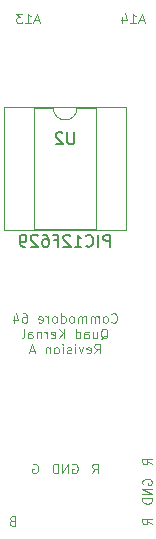
<source format=gbo>
G04 #@! TF.FileFunction,Legend,Bot*
%FSLAX46Y46*%
G04 Gerber Fmt 4.6, Leading zero omitted, Abs format (unit mm)*
G04 Created by KiCad (PCBNEW 4.0.7) date 06/17/19 21:45:38*
%MOMM*%
%LPD*%
G01*
G04 APERTURE LIST*
%ADD10C,0.100000*%
%ADD11C,0.120000*%
%ADD12C,0.150000*%
G04 APERTURE END LIST*
D10*
X85325000Y-106705477D02*
X85286905Y-106629286D01*
X85286905Y-106515001D01*
X85325000Y-106400715D01*
X85401190Y-106324524D01*
X85477381Y-106286429D01*
X85629762Y-106248334D01*
X85744048Y-106248334D01*
X85896429Y-106286429D01*
X85972619Y-106324524D01*
X86048810Y-106400715D01*
X86086905Y-106515001D01*
X86086905Y-106591191D01*
X86048810Y-106705477D01*
X86010714Y-106743572D01*
X85744048Y-106743572D01*
X85744048Y-106591191D01*
X86086905Y-107086429D02*
X85286905Y-107086429D01*
X86086905Y-107543572D01*
X85286905Y-107543572D01*
X86086905Y-107924524D02*
X85286905Y-107924524D01*
X85286905Y-108115000D01*
X85325000Y-108229286D01*
X85401190Y-108305477D01*
X85477381Y-108343572D01*
X85629762Y-108381667D01*
X85744048Y-108381667D01*
X85896429Y-108343572D01*
X85972619Y-108305477D01*
X86048810Y-108229286D01*
X86086905Y-108115000D01*
X86086905Y-107924524D01*
X79349523Y-105010000D02*
X79425714Y-104971905D01*
X79539999Y-104971905D01*
X79654285Y-105010000D01*
X79730476Y-105086190D01*
X79768571Y-105162381D01*
X79806666Y-105314762D01*
X79806666Y-105429048D01*
X79768571Y-105581429D01*
X79730476Y-105657619D01*
X79654285Y-105733810D01*
X79539999Y-105771905D01*
X79463809Y-105771905D01*
X79349523Y-105733810D01*
X79311428Y-105695714D01*
X79311428Y-105429048D01*
X79463809Y-105429048D01*
X78968571Y-105771905D02*
X78968571Y-104971905D01*
X78511428Y-105771905D01*
X78511428Y-104971905D01*
X78130476Y-105771905D02*
X78130476Y-104971905D01*
X77940000Y-104971905D01*
X77825714Y-105010000D01*
X77749523Y-105086190D01*
X77711428Y-105162381D01*
X77673333Y-105314762D01*
X77673333Y-105429048D01*
X77711428Y-105581429D01*
X77749523Y-105657619D01*
X77825714Y-105733810D01*
X77940000Y-105771905D01*
X78130476Y-105771905D01*
X86086905Y-110102619D02*
X85705952Y-109835952D01*
X86086905Y-109645476D02*
X85286905Y-109645476D01*
X85286905Y-109950238D01*
X85325000Y-110026429D01*
X85363095Y-110064524D01*
X85439286Y-110102619D01*
X85553571Y-110102619D01*
X85629762Y-110064524D01*
X85667857Y-110026429D01*
X85705952Y-109950238D01*
X85705952Y-109645476D01*
X86086905Y-105022619D02*
X85705952Y-104755952D01*
X86086905Y-104565476D02*
X85286905Y-104565476D01*
X85286905Y-104870238D01*
X85325000Y-104946429D01*
X85363095Y-104984524D01*
X85439286Y-105022619D01*
X85553571Y-105022619D01*
X85629762Y-104984524D01*
X85667857Y-104946429D01*
X85705952Y-104870238D01*
X85705952Y-104565476D01*
X74237857Y-109797857D02*
X74123571Y-109835952D01*
X74085476Y-109874048D01*
X74047381Y-109950238D01*
X74047381Y-110064524D01*
X74085476Y-110140714D01*
X74123571Y-110178810D01*
X74199762Y-110216905D01*
X74504524Y-110216905D01*
X74504524Y-109416905D01*
X74237857Y-109416905D01*
X74161667Y-109455000D01*
X74123571Y-109493095D01*
X74085476Y-109569286D01*
X74085476Y-109645476D01*
X74123571Y-109721667D01*
X74161667Y-109759762D01*
X74237857Y-109797857D01*
X74504524Y-109797857D01*
X75990476Y-105010000D02*
X76066667Y-104971905D01*
X76180952Y-104971905D01*
X76295238Y-105010000D01*
X76371429Y-105086190D01*
X76409524Y-105162381D01*
X76447619Y-105314762D01*
X76447619Y-105429048D01*
X76409524Y-105581429D01*
X76371429Y-105657619D01*
X76295238Y-105733810D01*
X76180952Y-105771905D01*
X76104762Y-105771905D01*
X75990476Y-105733810D01*
X75952381Y-105695714D01*
X75952381Y-105429048D01*
X76104762Y-105429048D01*
X81032381Y-105771905D02*
X81299048Y-105390952D01*
X81489524Y-105771905D02*
X81489524Y-104971905D01*
X81184762Y-104971905D01*
X81108571Y-105010000D01*
X81070476Y-105048095D01*
X81032381Y-105124286D01*
X81032381Y-105238571D01*
X81070476Y-105314762D01*
X81108571Y-105352857D01*
X81184762Y-105390952D01*
X81489524Y-105390952D01*
X82663811Y-92965714D02*
X82701906Y-93003810D01*
X82816192Y-93041905D01*
X82892382Y-93041905D01*
X83006668Y-93003810D01*
X83082859Y-92927619D01*
X83120954Y-92851429D01*
X83159049Y-92699048D01*
X83159049Y-92584762D01*
X83120954Y-92432381D01*
X83082859Y-92356190D01*
X83006668Y-92280000D01*
X82892382Y-92241905D01*
X82816192Y-92241905D01*
X82701906Y-92280000D01*
X82663811Y-92318095D01*
X82206668Y-93041905D02*
X82282859Y-93003810D01*
X82320954Y-92965714D01*
X82359049Y-92889524D01*
X82359049Y-92660952D01*
X82320954Y-92584762D01*
X82282859Y-92546667D01*
X82206668Y-92508571D01*
X82092382Y-92508571D01*
X82016192Y-92546667D01*
X81978097Y-92584762D01*
X81940001Y-92660952D01*
X81940001Y-92889524D01*
X81978097Y-92965714D01*
X82016192Y-93003810D01*
X82092382Y-93041905D01*
X82206668Y-93041905D01*
X81597144Y-93041905D02*
X81597144Y-92508571D01*
X81597144Y-92584762D02*
X81559049Y-92546667D01*
X81482858Y-92508571D01*
X81368572Y-92508571D01*
X81292382Y-92546667D01*
X81254287Y-92622857D01*
X81254287Y-93041905D01*
X81254287Y-92622857D02*
X81216191Y-92546667D01*
X81140001Y-92508571D01*
X81025715Y-92508571D01*
X80949525Y-92546667D01*
X80911430Y-92622857D01*
X80911430Y-93041905D01*
X80530477Y-93041905D02*
X80530477Y-92508571D01*
X80530477Y-92584762D02*
X80492382Y-92546667D01*
X80416191Y-92508571D01*
X80301905Y-92508571D01*
X80225715Y-92546667D01*
X80187620Y-92622857D01*
X80187620Y-93041905D01*
X80187620Y-92622857D02*
X80149524Y-92546667D01*
X80073334Y-92508571D01*
X79959048Y-92508571D01*
X79882858Y-92546667D01*
X79844763Y-92622857D01*
X79844763Y-93041905D01*
X79349524Y-93041905D02*
X79425715Y-93003810D01*
X79463810Y-92965714D01*
X79501905Y-92889524D01*
X79501905Y-92660952D01*
X79463810Y-92584762D01*
X79425715Y-92546667D01*
X79349524Y-92508571D01*
X79235238Y-92508571D01*
X79159048Y-92546667D01*
X79120953Y-92584762D01*
X79082857Y-92660952D01*
X79082857Y-92889524D01*
X79120953Y-92965714D01*
X79159048Y-93003810D01*
X79235238Y-93041905D01*
X79349524Y-93041905D01*
X78397143Y-93041905D02*
X78397143Y-92241905D01*
X78397143Y-93003810D02*
X78473333Y-93041905D01*
X78625714Y-93041905D01*
X78701905Y-93003810D01*
X78740000Y-92965714D01*
X78778095Y-92889524D01*
X78778095Y-92660952D01*
X78740000Y-92584762D01*
X78701905Y-92546667D01*
X78625714Y-92508571D01*
X78473333Y-92508571D01*
X78397143Y-92546667D01*
X77901904Y-93041905D02*
X77978095Y-93003810D01*
X78016190Y-92965714D01*
X78054285Y-92889524D01*
X78054285Y-92660952D01*
X78016190Y-92584762D01*
X77978095Y-92546667D01*
X77901904Y-92508571D01*
X77787618Y-92508571D01*
X77711428Y-92546667D01*
X77673333Y-92584762D01*
X77635237Y-92660952D01*
X77635237Y-92889524D01*
X77673333Y-92965714D01*
X77711428Y-93003810D01*
X77787618Y-93041905D01*
X77901904Y-93041905D01*
X77292380Y-93041905D02*
X77292380Y-92508571D01*
X77292380Y-92660952D02*
X77254285Y-92584762D01*
X77216189Y-92546667D01*
X77139999Y-92508571D01*
X77063808Y-92508571D01*
X76492380Y-93003810D02*
X76568570Y-93041905D01*
X76720951Y-93041905D01*
X76797142Y-93003810D01*
X76835237Y-92927619D01*
X76835237Y-92622857D01*
X76797142Y-92546667D01*
X76720951Y-92508571D01*
X76568570Y-92508571D01*
X76492380Y-92546667D01*
X76454285Y-92622857D01*
X76454285Y-92699048D01*
X76835237Y-92775238D01*
X75159047Y-92241905D02*
X75311428Y-92241905D01*
X75387618Y-92280000D01*
X75425713Y-92318095D01*
X75501904Y-92432381D01*
X75539999Y-92584762D01*
X75539999Y-92889524D01*
X75501904Y-92965714D01*
X75463809Y-93003810D01*
X75387618Y-93041905D01*
X75235237Y-93041905D01*
X75159047Y-93003810D01*
X75120951Y-92965714D01*
X75082856Y-92889524D01*
X75082856Y-92699048D01*
X75120951Y-92622857D01*
X75159047Y-92584762D01*
X75235237Y-92546667D01*
X75387618Y-92546667D01*
X75463809Y-92584762D01*
X75501904Y-92622857D01*
X75539999Y-92699048D01*
X74397142Y-92508571D02*
X74397142Y-93041905D01*
X74587618Y-92203810D02*
X74778094Y-92775238D01*
X74282856Y-92775238D01*
X81749524Y-94418095D02*
X81825715Y-94380000D01*
X81901905Y-94303810D01*
X82016191Y-94189524D01*
X82092382Y-94151429D01*
X82168572Y-94151429D01*
X82130477Y-94341905D02*
X82206667Y-94303810D01*
X82282858Y-94227619D01*
X82320953Y-94075238D01*
X82320953Y-93808571D01*
X82282858Y-93656190D01*
X82206667Y-93580000D01*
X82130477Y-93541905D01*
X81978096Y-93541905D01*
X81901905Y-93580000D01*
X81825715Y-93656190D01*
X81787620Y-93808571D01*
X81787620Y-94075238D01*
X81825715Y-94227619D01*
X81901905Y-94303810D01*
X81978096Y-94341905D01*
X82130477Y-94341905D01*
X81101906Y-93808571D02*
X81101906Y-94341905D01*
X81444763Y-93808571D02*
X81444763Y-94227619D01*
X81406668Y-94303810D01*
X81330477Y-94341905D01*
X81216191Y-94341905D01*
X81140001Y-94303810D01*
X81101906Y-94265714D01*
X80378096Y-94341905D02*
X80378096Y-93922857D01*
X80416191Y-93846667D01*
X80492381Y-93808571D01*
X80644762Y-93808571D01*
X80720953Y-93846667D01*
X80378096Y-94303810D02*
X80454286Y-94341905D01*
X80644762Y-94341905D01*
X80720953Y-94303810D01*
X80759048Y-94227619D01*
X80759048Y-94151429D01*
X80720953Y-94075238D01*
X80644762Y-94037143D01*
X80454286Y-94037143D01*
X80378096Y-93999048D01*
X79654286Y-94341905D02*
X79654286Y-93541905D01*
X79654286Y-94303810D02*
X79730476Y-94341905D01*
X79882857Y-94341905D01*
X79959048Y-94303810D01*
X79997143Y-94265714D01*
X80035238Y-94189524D01*
X80035238Y-93960952D01*
X79997143Y-93884762D01*
X79959048Y-93846667D01*
X79882857Y-93808571D01*
X79730476Y-93808571D01*
X79654286Y-93846667D01*
X78663809Y-94341905D02*
X78663809Y-93541905D01*
X78206666Y-94341905D02*
X78549523Y-93884762D01*
X78206666Y-93541905D02*
X78663809Y-93999048D01*
X77559047Y-94303810D02*
X77635237Y-94341905D01*
X77787618Y-94341905D01*
X77863809Y-94303810D01*
X77901904Y-94227619D01*
X77901904Y-93922857D01*
X77863809Y-93846667D01*
X77787618Y-93808571D01*
X77635237Y-93808571D01*
X77559047Y-93846667D01*
X77520952Y-93922857D01*
X77520952Y-93999048D01*
X77901904Y-94075238D01*
X77178095Y-94341905D02*
X77178095Y-93808571D01*
X77178095Y-93960952D02*
X77140000Y-93884762D01*
X77101904Y-93846667D01*
X77025714Y-93808571D01*
X76949523Y-93808571D01*
X76682857Y-93808571D02*
X76682857Y-94341905D01*
X76682857Y-93884762D02*
X76644762Y-93846667D01*
X76568571Y-93808571D01*
X76454285Y-93808571D01*
X76378095Y-93846667D01*
X76340000Y-93922857D01*
X76340000Y-94341905D01*
X75616190Y-94341905D02*
X75616190Y-93922857D01*
X75654285Y-93846667D01*
X75730475Y-93808571D01*
X75882856Y-93808571D01*
X75959047Y-93846667D01*
X75616190Y-94303810D02*
X75692380Y-94341905D01*
X75882856Y-94341905D01*
X75959047Y-94303810D01*
X75997142Y-94227619D01*
X75997142Y-94151429D01*
X75959047Y-94075238D01*
X75882856Y-94037143D01*
X75692380Y-94037143D01*
X75616190Y-93999048D01*
X75120951Y-94341905D02*
X75197142Y-94303810D01*
X75235237Y-94227619D01*
X75235237Y-93541905D01*
X81216190Y-95641905D02*
X81482857Y-95260952D01*
X81673333Y-95641905D02*
X81673333Y-94841905D01*
X81368571Y-94841905D01*
X81292380Y-94880000D01*
X81254285Y-94918095D01*
X81216190Y-94994286D01*
X81216190Y-95108571D01*
X81254285Y-95184762D01*
X81292380Y-95222857D01*
X81368571Y-95260952D01*
X81673333Y-95260952D01*
X80568571Y-95603810D02*
X80644761Y-95641905D01*
X80797142Y-95641905D01*
X80873333Y-95603810D01*
X80911428Y-95527619D01*
X80911428Y-95222857D01*
X80873333Y-95146667D01*
X80797142Y-95108571D01*
X80644761Y-95108571D01*
X80568571Y-95146667D01*
X80530476Y-95222857D01*
X80530476Y-95299048D01*
X80911428Y-95375238D01*
X80263809Y-95108571D02*
X80073333Y-95641905D01*
X79882857Y-95108571D01*
X79578095Y-95641905D02*
X79578095Y-95108571D01*
X79578095Y-94841905D02*
X79616190Y-94880000D01*
X79578095Y-94918095D01*
X79540000Y-94880000D01*
X79578095Y-94841905D01*
X79578095Y-94918095D01*
X79235238Y-95603810D02*
X79159048Y-95641905D01*
X79006667Y-95641905D01*
X78930476Y-95603810D01*
X78892381Y-95527619D01*
X78892381Y-95489524D01*
X78930476Y-95413333D01*
X79006667Y-95375238D01*
X79120952Y-95375238D01*
X79197143Y-95337143D01*
X79235238Y-95260952D01*
X79235238Y-95222857D01*
X79197143Y-95146667D01*
X79120952Y-95108571D01*
X79006667Y-95108571D01*
X78930476Y-95146667D01*
X78549524Y-95641905D02*
X78549524Y-95108571D01*
X78549524Y-94841905D02*
X78587619Y-94880000D01*
X78549524Y-94918095D01*
X78511429Y-94880000D01*
X78549524Y-94841905D01*
X78549524Y-94918095D01*
X78054286Y-95641905D02*
X78130477Y-95603810D01*
X78168572Y-95565714D01*
X78206667Y-95489524D01*
X78206667Y-95260952D01*
X78168572Y-95184762D01*
X78130477Y-95146667D01*
X78054286Y-95108571D01*
X77940000Y-95108571D01*
X77863810Y-95146667D01*
X77825715Y-95184762D01*
X77787619Y-95260952D01*
X77787619Y-95489524D01*
X77825715Y-95565714D01*
X77863810Y-95603810D01*
X77940000Y-95641905D01*
X78054286Y-95641905D01*
X77444762Y-95108571D02*
X77444762Y-95641905D01*
X77444762Y-95184762D02*
X77406667Y-95146667D01*
X77330476Y-95108571D01*
X77216190Y-95108571D01*
X77140000Y-95146667D01*
X77101905Y-95222857D01*
X77101905Y-95641905D01*
X76149523Y-95413333D02*
X75768571Y-95413333D01*
X76225714Y-95641905D02*
X75959047Y-94841905D01*
X75692380Y-95641905D01*
X85407381Y-67443333D02*
X85026429Y-67443333D01*
X85483572Y-67671905D02*
X85216905Y-66871905D01*
X84950238Y-67671905D01*
X84264524Y-67671905D02*
X84721667Y-67671905D01*
X84493096Y-67671905D02*
X84493096Y-66871905D01*
X84569286Y-66986190D01*
X84645477Y-67062381D01*
X84721667Y-67100476D01*
X83578810Y-67138571D02*
X83578810Y-67671905D01*
X83769286Y-66833810D02*
X83959762Y-67405238D01*
X83464524Y-67405238D01*
X76517381Y-67443333D02*
X76136429Y-67443333D01*
X76593572Y-67671905D02*
X76326905Y-66871905D01*
X76060238Y-67671905D01*
X75374524Y-67671905D02*
X75831667Y-67671905D01*
X75603096Y-67671905D02*
X75603096Y-66871905D01*
X75679286Y-66986190D01*
X75755477Y-67062381D01*
X75831667Y-67100476D01*
X75107857Y-66871905D02*
X74612619Y-66871905D01*
X74879286Y-67176667D01*
X74765000Y-67176667D01*
X74688810Y-67214762D01*
X74650714Y-67252857D01*
X74612619Y-67329048D01*
X74612619Y-67519524D01*
X74650714Y-67595714D01*
X74688810Y-67633810D01*
X74765000Y-67671905D01*
X74993572Y-67671905D01*
X75069762Y-67633810D01*
X75107857Y-67595714D01*
D11*
X77740000Y-74870000D02*
G75*
G03X79740000Y-74870000I1000000J0D01*
G01*
X79740000Y-74870000D02*
X81390000Y-74870000D01*
X81390000Y-74870000D02*
X81390000Y-85150000D01*
X81390000Y-85150000D02*
X76090000Y-85150000D01*
X76090000Y-85150000D02*
X76090000Y-74870000D01*
X76090000Y-74870000D02*
X77740000Y-74870000D01*
X83880000Y-74810000D02*
X83880000Y-85210000D01*
X83880000Y-85210000D02*
X73600000Y-85210000D01*
X73600000Y-85210000D02*
X73600000Y-74810000D01*
X73600000Y-74810000D02*
X83880000Y-74810000D01*
D12*
X79501905Y-76922381D02*
X79501905Y-77731905D01*
X79454286Y-77827143D01*
X79406667Y-77874762D01*
X79311429Y-77922381D01*
X79120952Y-77922381D01*
X79025714Y-77874762D01*
X78978095Y-77827143D01*
X78930476Y-77731905D01*
X78930476Y-76922381D01*
X78501905Y-77017619D02*
X78454286Y-76970000D01*
X78359048Y-76922381D01*
X78120952Y-76922381D01*
X78025714Y-76970000D01*
X77978095Y-77017619D01*
X77930476Y-77112857D01*
X77930476Y-77208095D01*
X77978095Y-77350952D01*
X78549524Y-77922381D01*
X77930476Y-77922381D01*
X82549524Y-86602381D02*
X82549524Y-85602381D01*
X82168571Y-85602381D01*
X82073333Y-85650000D01*
X82025714Y-85697619D01*
X81978095Y-85792857D01*
X81978095Y-85935714D01*
X82025714Y-86030952D01*
X82073333Y-86078571D01*
X82168571Y-86126190D01*
X82549524Y-86126190D01*
X81549524Y-86602381D02*
X81549524Y-85602381D01*
X80501905Y-86507143D02*
X80549524Y-86554762D01*
X80692381Y-86602381D01*
X80787619Y-86602381D01*
X80930477Y-86554762D01*
X81025715Y-86459524D01*
X81073334Y-86364286D01*
X81120953Y-86173810D01*
X81120953Y-86030952D01*
X81073334Y-85840476D01*
X81025715Y-85745238D01*
X80930477Y-85650000D01*
X80787619Y-85602381D01*
X80692381Y-85602381D01*
X80549524Y-85650000D01*
X80501905Y-85697619D01*
X79549524Y-86602381D02*
X80120953Y-86602381D01*
X79835239Y-86602381D02*
X79835239Y-85602381D01*
X79930477Y-85745238D01*
X80025715Y-85840476D01*
X80120953Y-85888095D01*
X79168572Y-85697619D02*
X79120953Y-85650000D01*
X79025715Y-85602381D01*
X78787619Y-85602381D01*
X78692381Y-85650000D01*
X78644762Y-85697619D01*
X78597143Y-85792857D01*
X78597143Y-85888095D01*
X78644762Y-86030952D01*
X79216191Y-86602381D01*
X78597143Y-86602381D01*
X77835238Y-86078571D02*
X78168572Y-86078571D01*
X78168572Y-86602381D02*
X78168572Y-85602381D01*
X77692381Y-85602381D01*
X76882857Y-85602381D02*
X77073334Y-85602381D01*
X77168572Y-85650000D01*
X77216191Y-85697619D01*
X77311429Y-85840476D01*
X77359048Y-86030952D01*
X77359048Y-86411905D01*
X77311429Y-86507143D01*
X77263810Y-86554762D01*
X77168572Y-86602381D01*
X76978095Y-86602381D01*
X76882857Y-86554762D01*
X76835238Y-86507143D01*
X76787619Y-86411905D01*
X76787619Y-86173810D01*
X76835238Y-86078571D01*
X76882857Y-86030952D01*
X76978095Y-85983333D01*
X77168572Y-85983333D01*
X77263810Y-86030952D01*
X77311429Y-86078571D01*
X77359048Y-86173810D01*
X76406667Y-85697619D02*
X76359048Y-85650000D01*
X76263810Y-85602381D01*
X76025714Y-85602381D01*
X75930476Y-85650000D01*
X75882857Y-85697619D01*
X75835238Y-85792857D01*
X75835238Y-85888095D01*
X75882857Y-86030952D01*
X76454286Y-86602381D01*
X75835238Y-86602381D01*
X75359048Y-86602381D02*
X75168572Y-86602381D01*
X75073333Y-86554762D01*
X75025714Y-86507143D01*
X74930476Y-86364286D01*
X74882857Y-86173810D01*
X74882857Y-85792857D01*
X74930476Y-85697619D01*
X74978095Y-85650000D01*
X75073333Y-85602381D01*
X75263810Y-85602381D01*
X75359048Y-85650000D01*
X75406667Y-85697619D01*
X75454286Y-85792857D01*
X75454286Y-86030952D01*
X75406667Y-86126190D01*
X75359048Y-86173810D01*
X75263810Y-86221429D01*
X75073333Y-86221429D01*
X74978095Y-86173810D01*
X74930476Y-86126190D01*
X74882857Y-86030952D01*
M02*

</source>
